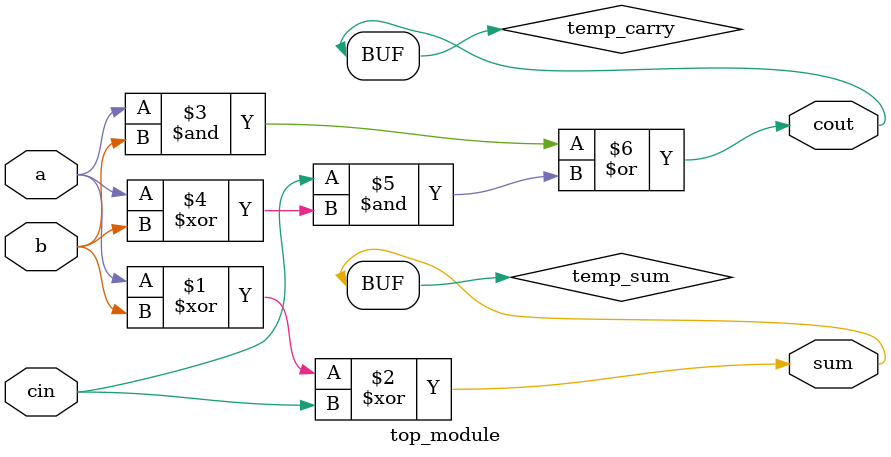
<source format=sv>
module top_module (
  input a,
  input b,
  input cin,
  output cout,
  output sum
);

  // Internal signals
  wire temp_sum;
  wire temp_carry;

  // Adder logic
  assign temp_sum = a ^ b ^ cin;
  assign temp_carry = (a & b) | (cin & (a ^ b));

  // Assign outputs
  assign sum = temp_sum;
  assign cout = temp_carry;

endmodule

</source>
